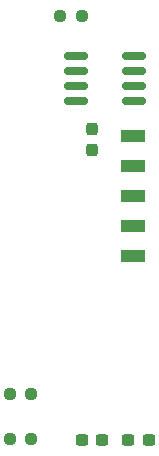
<source format=gbp>
G04 #@! TF.GenerationSoftware,KiCad,Pcbnew,9.0.7*
G04 #@! TF.CreationDate,2026-01-28T00:58:45-05:00*
G04 #@! TF.ProjectId,usbdbg,75736264-6267-42e6-9b69-6361645f7063,rev?*
G04 #@! TF.SameCoordinates,Original*
G04 #@! TF.FileFunction,Paste,Bot*
G04 #@! TF.FilePolarity,Positive*
%FSLAX46Y46*%
G04 Gerber Fmt 4.6, Leading zero omitted, Abs format (unit mm)*
G04 Created by KiCad (PCBNEW 9.0.7) date 2026-01-28 00:58:45*
%MOMM*%
%LPD*%
G01*
G04 APERTURE LIST*
G04 Aperture macros list*
%AMRoundRect*
0 Rectangle with rounded corners*
0 $1 Rounding radius*
0 $2 $3 $4 $5 $6 $7 $8 $9 X,Y pos of 4 corners*
0 Add a 4 corners polygon primitive as box body*
4,1,4,$2,$3,$4,$5,$6,$7,$8,$9,$2,$3,0*
0 Add four circle primitives for the rounded corners*
1,1,$1+$1,$2,$3*
1,1,$1+$1,$4,$5*
1,1,$1+$1,$6,$7*
1,1,$1+$1,$8,$9*
0 Add four rect primitives between the rounded corners*
20,1,$1+$1,$2,$3,$4,$5,0*
20,1,$1+$1,$4,$5,$6,$7,0*
20,1,$1+$1,$6,$7,$8,$9,0*
20,1,$1+$1,$8,$9,$2,$3,0*%
G04 Aperture macros list end*
%ADD10RoundRect,0.237500X-0.237500X0.300000X-0.237500X-0.300000X0.237500X-0.300000X0.237500X0.300000X0*%
%ADD11RoundRect,0.237500X-0.300000X-0.237500X0.300000X-0.237500X0.300000X0.237500X-0.300000X0.237500X0*%
%ADD12RoundRect,0.237500X0.300000X0.237500X-0.300000X0.237500X-0.300000X-0.237500X0.300000X-0.237500X0*%
%ADD13RoundRect,0.237500X-0.250000X-0.237500X0.250000X-0.237500X0.250000X0.237500X-0.250000X0.237500X0*%
%ADD14R,2.000000X1.000000*%
%ADD15RoundRect,0.150000X0.825000X0.150000X-0.825000X0.150000X-0.825000X-0.150000X0.825000X-0.150000X0*%
%ADD16RoundRect,0.237500X0.250000X0.237500X-0.250000X0.237500X-0.250000X-0.237500X0.250000X-0.237500X0*%
G04 APERTURE END LIST*
D10*
G04 #@! TO.C,C4*
X183650000Y-46537500D03*
X183650000Y-48262500D03*
G04 #@! TD*
D11*
G04 #@! TO.C,R6*
X186737500Y-72800000D03*
X188462500Y-72800000D03*
G04 #@! TD*
D12*
G04 #@! TO.C,R7*
X184512500Y-72800000D03*
X182787500Y-72800000D03*
G04 #@! TD*
D13*
G04 #@! TO.C,R1*
X176687500Y-68950000D03*
X178512500Y-68950000D03*
G04 #@! TD*
D14*
G04 #@! TO.C,J1*
X187121800Y-57226200D03*
X187121800Y-54686200D03*
X187121800Y-52146200D03*
X187121800Y-49606200D03*
X187121800Y-47066200D03*
G04 #@! TD*
D15*
G04 #@! TO.C,U3*
X187225000Y-40345000D03*
X187225000Y-41615000D03*
X187225000Y-42885000D03*
X187225000Y-44155000D03*
X182275000Y-44155000D03*
X182275000Y-42885000D03*
X182275000Y-41615000D03*
X182275000Y-40345000D03*
G04 #@! TD*
D13*
G04 #@! TO.C,R5*
X180987500Y-36975000D03*
X182812500Y-36975000D03*
G04 #@! TD*
D16*
G04 #@! TO.C,R2*
X178512500Y-72725000D03*
X176687500Y-72725000D03*
G04 #@! TD*
M02*

</source>
